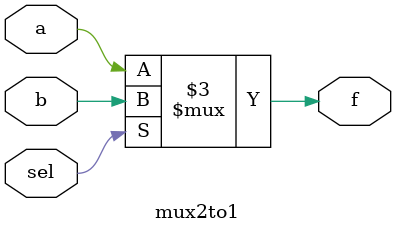
<source format=v>
module mux2to1(f, a, b, sel);
  output f;
  input a, b, sel;
// Needed when assigned in a sequential logic block (like always)
// A reg behaves like memory: holds its value until
// imperatively assigned otherwise
  reg f;
  
// Modules may contain one or more always blocks
// Sensitivity list contains signals whose change makes the block execute
  always @(a or b or sel)
// Body of an always block contains traditional imperative code
  begin
    if (sel)
      f = b;
    else
      f = a;
  end
  
endmodule

</source>
